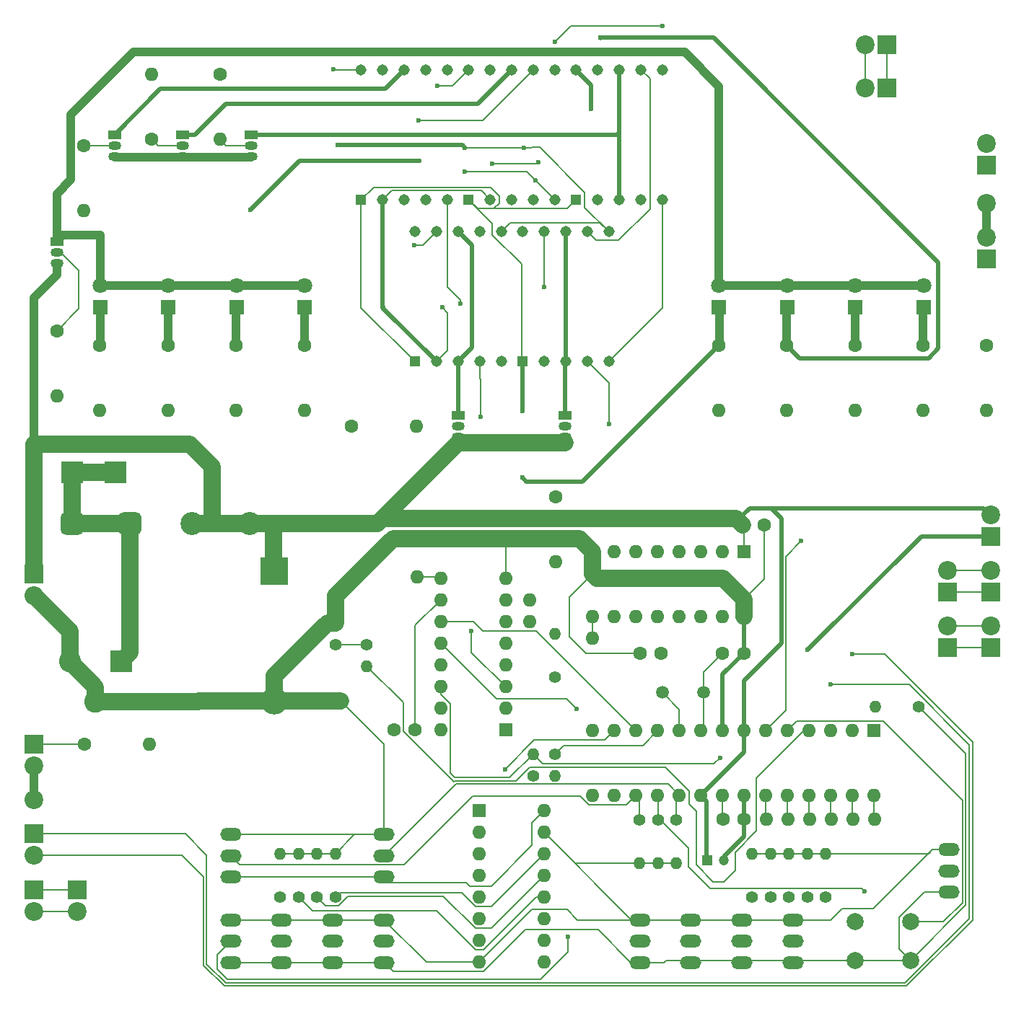
<source format=gbr>
%TF.GenerationSoftware,KiCad,Pcbnew,7.0.10*%
%TF.CreationDate,2024-02-06T15:01:58+01:00*%
%TF.ProjectId,diagram_chart,64696167-7261-46d5-9f63-686172742e6b,rev?*%
%TF.SameCoordinates,Original*%
%TF.FileFunction,Copper,L1,Top*%
%TF.FilePolarity,Positive*%
%FSLAX46Y46*%
G04 Gerber Fmt 4.6, Leading zero omitted, Abs format (unit mm)*
G04 Created by KiCad (PCBNEW 7.0.10) date 2024-02-06 15:01:58*
%MOMM*%
%LPD*%
G01*
G04 APERTURE LIST*
G04 Aperture macros list*
%AMRoundRect*
0 Rectangle with rounded corners*
0 $1 Rounding radius*
0 $2 $3 $4 $5 $6 $7 $8 $9 X,Y pos of 4 corners*
0 Add a 4 corners polygon primitive as box body*
4,1,4,$2,$3,$4,$5,$6,$7,$8,$9,$2,$3,0*
0 Add four circle primitives for the rounded corners*
1,1,$1+$1,$2,$3*
1,1,$1+$1,$4,$5*
1,1,$1+$1,$6,$7*
1,1,$1+$1,$8,$9*
0 Add four rect primitives between the rounded corners*
20,1,$1+$1,$2,$3,$4,$5,0*
20,1,$1+$1,$4,$5,$6,$7,0*
20,1,$1+$1,$6,$7,$8,$9,0*
20,1,$1+$1,$8,$9,$2,$3,0*%
G04 Aperture macros list end*
%TA.AperFunction,ComponentPad*%
%ADD10O,1.600000X1.600000*%
%TD*%
%TA.AperFunction,ComponentPad*%
%ADD11C,1.600000*%
%TD*%
%TA.AperFunction,ComponentPad*%
%ADD12C,1.400000*%
%TD*%
%TA.AperFunction,ComponentPad*%
%ADD13O,1.400000X1.400000*%
%TD*%
%TA.AperFunction,ComponentPad*%
%ADD14C,1.500000*%
%TD*%
%TA.AperFunction,ComponentPad*%
%ADD15RoundRect,0.675000X-0.675000X-0.675000X0.675000X-0.675000X0.675000X0.675000X-0.675000X0.675000X0*%
%TD*%
%TA.AperFunction,ComponentPad*%
%ADD16C,2.700000*%
%TD*%
%TA.AperFunction,ComponentPad*%
%ADD17R,2.600000X2.600000*%
%TD*%
%TA.AperFunction,ComponentPad*%
%ADD18R,1.308000X1.308000*%
%TD*%
%TA.AperFunction,ComponentPad*%
%ADD19C,1.308000*%
%TD*%
%TA.AperFunction,ComponentPad*%
%ADD20R,2.200000X2.200000*%
%TD*%
%TA.AperFunction,ComponentPad*%
%ADD21C,2.200000*%
%TD*%
%TA.AperFunction,ComponentPad*%
%ADD22R,1.500000X1.050000*%
%TD*%
%TA.AperFunction,ComponentPad*%
%ADD23O,1.500000X1.050000*%
%TD*%
%TA.AperFunction,ComponentPad*%
%ADD24R,1.800000X1.800000*%
%TD*%
%TA.AperFunction,ComponentPad*%
%ADD25C,1.800000*%
%TD*%
%TA.AperFunction,ComponentPad*%
%ADD26R,1.200000X1.200000*%
%TD*%
%TA.AperFunction,ComponentPad*%
%ADD27C,1.200000*%
%TD*%
%TA.AperFunction,ComponentPad*%
%ADD28R,3.200000X3.200000*%
%TD*%
%TA.AperFunction,ComponentPad*%
%ADD29O,3.200000X3.200000*%
%TD*%
%TA.AperFunction,ComponentPad*%
%ADD30O,2.500000X1.500000*%
%TD*%
%TA.AperFunction,ComponentPad*%
%ADD31R,1.600000X1.600000*%
%TD*%
%TA.AperFunction,ComponentPad*%
%ADD32C,2.000000*%
%TD*%
%TA.AperFunction,ComponentPad*%
%ADD33C,2.600000*%
%TD*%
%TA.AperFunction,ViaPad*%
%ADD34C,0.600000*%
%TD*%
%TA.AperFunction,Conductor*%
%ADD35C,0.200000*%
%TD*%
%TA.AperFunction,Conductor*%
%ADD36C,0.500000*%
%TD*%
%TA.AperFunction,Conductor*%
%ADD37C,2.000000*%
%TD*%
%TA.AperFunction,Conductor*%
%ADD38C,1.000000*%
%TD*%
G04 APERTURE END LIST*
D10*
%TO.P,,7,QH*%
%TO.N,unconnected-(U_Caps1-QH-Pad7)*%
X112700000Y-122460000D03*
%TD*%
D11*
%TO.P,R5,1*%
%TO.N,Net-(D5-K)*%
X142900000Y-92590000D03*
D10*
%TO.P,R5,2*%
%TO.N,Net-(U1-DRAIN5)*%
X142900000Y-100210000D03*
%TD*%
D12*
%TO.P,R29,1*%
%TO.N,Net-(MCU_0-PB3)*%
X125603000Y-148336000D03*
D13*
%TO.P,R29,2*%
%TO.N,GND*%
X125603000Y-153416000D03*
%TD*%
D14*
%TO.P,Y1,1,1*%
%TO.N,Net-(MCU_0-XTAL1{slash}PB6)*%
X133150000Y-133300000D03*
%TO.P,Y1,2,2*%
%TO.N,Net-(MCU_0-XTAL2{slash}PB7)*%
X128270000Y-133300000D03*
%TD*%
D15*
%TO.P,F1,1*%
%TO.N,+5V*%
X59090000Y-113500000D03*
X65850000Y-113500000D03*
D16*
%TO.P,F1,2*%
%TO.N,Net-(D8-K)*%
X73130000Y-113500000D03*
X79890000Y-113500000D03*
%TD*%
D17*
%TO.P,,1*%
%TO.N,+5V*%
X64170000Y-107500000D03*
%TD*%
D18*
%TO.P,hex_0,1*%
%TO.N,Net-(D4-K)*%
X99260000Y-94455000D03*
D19*
%TO.P,hex_0,2*%
%TO.N,Net-(D3-K)*%
X101800000Y-94455000D03*
%TO.P,hex_0,3,CA*%
%TO.N,Net-(T_HEX_0-E)*%
X104340000Y-94455000D03*
%TO.P,hex_0,4*%
%TO.N,Net-(D2-K)*%
X106880000Y-94455000D03*
%TO.P,hex_0,5*%
%TO.N,Net-(D7-K)*%
X109420000Y-94455000D03*
%TO.P,hex_0,6*%
%TO.N,Net-(D1-K)*%
X109420000Y-79215000D03*
%TO.P,hex_0,7*%
%TO.N,Net-(D0-K)*%
X106880000Y-79215000D03*
%TO.P,hex_0,8,CA*%
%TO.N,Net-(T_HEX_0-E)*%
X104340000Y-79215000D03*
%TO.P,hex_0,9*%
%TO.N,Net-(D5-K)*%
X101800000Y-79215000D03*
%TO.P,hex_0,10*%
%TO.N,Net-(D6-K)*%
X99260000Y-79215000D03*
%TD*%
D11*
%TO.P,R4,1*%
%TO.N,Net-(D4-K)*%
X134900000Y-92590000D03*
D10*
%TO.P,R4,2*%
%TO.N,Net-(U1-DRAIN4)*%
X134900000Y-100210000D03*
%TD*%
D11*
%TO.P,R23,1*%
%TO.N,Net-(T_LED1-B)*%
X57240000Y-90865000D03*
D10*
%TO.P,R23,2*%
%TO.N,Net-(U_Caps1-QF)*%
X57240000Y-98485000D03*
%TD*%
D20*
%TO.P,Serial_Screw1,1,Pin_1*%
%TO.N,Net-(MCU_0-PD1)*%
X166300000Y-71410000D03*
D21*
%TO.P,Serial_Screw1,2,Pin_2*%
%TO.N,Net-(MCU_0-PD0)*%
X166300000Y-68870000D03*
%TD*%
D10*
%TO.P,,6,QG*%
%TO.N,unconnected-(U_Caps1-QG-Pad6)*%
X112700000Y-125000000D03*
%TD*%
D21*
%TO.P,,2,Pin_2*%
%TO.N,unconnected-(RGB1-Pin_2-Pad2)*%
X166300000Y-75870000D03*
%TD*%
D10*
%TO.P,,26,PC3*%
%TO.N,unconnected-(MCU_0-PC3-Pad26)*%
X148082000Y-148209000D03*
%TD*%
D22*
%TO.P,T_HEX_1,1,E*%
%TO.N,Net-(T_HEX_1-E)*%
X116923000Y-100815000D03*
D23*
%TO.P,T_HEX_1,2,B*%
%TO.N,Net-(T_HEX_1-B)*%
X116923000Y-102085000D03*
%TO.P,T_HEX_1,3,C*%
%TO.N,Net-(D8-K)*%
X116923000Y-103355000D03*
%TD*%
D11*
%TO.P,CU_Caps1,1*%
%TO.N,Net-(D8-K)*%
X99300000Y-137700000D03*
%TO.P,CU_Caps1,2*%
%TO.N,GND*%
X96800000Y-137700000D03*
%TD*%
D20*
%TO.P,PWR_Screw2,1,Pin_1*%
%TO.N,GND*%
X166800000Y-115020000D03*
D21*
%TO.P,PWR_Screw2,2,Pin_2*%
%TO.N,Net-(D8-K)*%
X166800000Y-112480000D03*
%TD*%
D20*
%TO.P,Serial_Screw1,1,Pin_1*%
%TO.N,Net-(MCU_0-PD1)*%
X54550000Y-149930000D03*
D21*
%TO.P,Serial_Screw1,2,Pin_2*%
%TO.N,Net-(MCU_0-PD0)*%
X54550000Y-152470000D03*
%TD*%
D24*
%TO.P,D4,1,K*%
%TO.N,Net-(D4-K)*%
X134940000Y-88105000D03*
D25*
%TO.P,D4,2,A*%
%TO.N,Net-(D0-A)*%
X134940000Y-85565000D03*
%TD*%
D21*
%TO.P,,2,Pin_2*%
%TO.N,unconnected-(NC2-Pin_2-Pad2)*%
X152100000Y-62380000D03*
%TD*%
D12*
%TO.P,R31,1*%
%TO.N,Net-(MCU_0-PB5)*%
X129921000Y-148336000D03*
D13*
%TO.P,R31,2*%
%TO.N,GND*%
X129921000Y-153416000D03*
%TD*%
D21*
%TO.P,,2,Pin_2*%
%TO.N,unconnected-(NC3-Pin_2-Pad2)*%
X161720000Y-119020000D03*
%TD*%
D22*
%TO.P,T_DEC_0,1,E*%
%TO.N,Net-(T_DEC_0-E)*%
X64040000Y-67835000D03*
D23*
%TO.P,T_DEC_0,2,B*%
%TO.N,Net-(T_DEC_0-B)*%
X64040000Y-69105000D03*
%TO.P,T_DEC_0,3,C*%
%TO.N,Net-(D8-K)*%
X64040000Y-70375000D03*
%TD*%
D20*
%TO.P,NC4,1,Pin_1*%
%TO.N,unconnected-(NC4-Pin_1-Pad1)*%
X166800000Y-128100000D03*
D21*
%TO.P,NC4,2,Pin_2*%
%TO.N,unconnected-(NC4-Pin_2-Pad2)*%
X166800000Y-125560000D03*
%TD*%
D26*
%TO.P,C_MCU1,1*%
%TO.N,Net-(D8-K)*%
X133520401Y-153035000D03*
D27*
%TO.P,C_MCU1,2*%
%TO.N,GND*%
X135520401Y-153035000D03*
%TD*%
D28*
%TO.P,D8,1,K*%
%TO.N,Net-(D8-K)*%
X82800000Y-119080000D03*
D29*
%TO.P,D8,2,A*%
%TO.N,GND*%
X82800000Y-134320000D03*
%TD*%
D24*
%TO.P,D1,1,K*%
%TO.N,Net-(D1-K)*%
X70340000Y-88110000D03*
D25*
%TO.P,D1,2,A*%
%TO.N,Net-(D0-A)*%
X70340000Y-85570000D03*
%TD*%
D11*
%TO.P,R7,1*%
%TO.N,Net-(D7-K)*%
X158900000Y-92590000D03*
D10*
%TO.P,R7,2*%
%TO.N,Net-(U1-DRAIN7)*%
X158900000Y-100210000D03*
%TD*%
D30*
%TO.P,SW4,1,A*%
%TO.N,GND*%
X125650000Y-160025000D03*
%TO.P,SW4,2,B*%
%TO.N,Net-(SW4-B)*%
X125650000Y-162525000D03*
%TO.P,SW4,3,C*%
%TO.N,Net-(D8-K)*%
X125650000Y-165025000D03*
%TD*%
D20*
%TO.P,NC3,1,Pin_1*%
%TO.N,unconnected-(NC3-Pin_1-Pad1)*%
X166800000Y-121560000D03*
D21*
%TO.P,NC3,2,Pin_2*%
%TO.N,unconnected-(NC3-Pin_2-Pad2)*%
X166800000Y-119020000D03*
%TD*%
D20*
%TO.P,,1,Pin_1*%
%TO.N,unconnected-(NC4-Pin_1-Pad1)*%
X161720000Y-128100000D03*
%TD*%
D31*
%TO.P,U_Caps1,1,QB*%
%TO.N,Net-(U_Caps1-QB)*%
X109900000Y-137700000D03*
D10*
%TO.P,U_Caps1,2,QC*%
%TO.N,Net-(U_Caps1-QC)*%
X109900000Y-135160000D03*
%TO.P,U_Caps1,3,QD*%
%TO.N,Net-(U_Caps1-QD)*%
X109900000Y-132620000D03*
%TO.P,U_Caps1,4,QE*%
%TO.N,Net-(U_Caps1-QE)*%
X109900000Y-130080000D03*
%TO.P,U_Caps1,5,QF*%
%TO.N,Net-(U_Caps1-QF)*%
X109900000Y-127540000D03*
%TO.P,U_Caps1,6,QG*%
%TO.N,unconnected-(U_Caps1-QG-Pad6)*%
X109900000Y-125000000D03*
%TO.P,U_Caps1,7,QH*%
%TO.N,unconnected-(U_Caps1-QH-Pad7)*%
X109900000Y-122460000D03*
%TO.P,U_Caps1,8,GND*%
%TO.N,GND*%
X109900000Y-119920000D03*
%TO.P,U_Caps1,9,QH'*%
%TO.N,unconnected-(U_Caps1-QH'-Pad9)*%
X102280000Y-119920000D03*
%TO.P,U_Caps1,10,~{SRCLR}*%
%TO.N,Net-(D8-K)*%
X102280000Y-122460000D03*
%TO.P,U_Caps1,11,SRCLK*%
%TO.N,Net-(MCU_0-PD6)*%
X102280000Y-125000000D03*
%TO.P,U_Caps1,12,RCLK*%
%TO.N,Net-(MCU_0-PB1)*%
X102280000Y-127540000D03*
%TO.P,U_Caps1,13,~{OE}*%
%TO.N,Net-(U_Caps1-~{OE})*%
X102280000Y-130080000D03*
%TO.P,U_Caps1,14,SER*%
%TO.N,Net-(MCU_0-PD4)*%
X102280000Y-132620000D03*
%TO.P,U_Caps1,15,QA*%
%TO.N,Net-(U_Caps1-QA)*%
X102280000Y-135160000D03*
%TO.P,U_Caps1,16,VCC*%
%TO.N,Net-(D8-K)*%
X102280000Y-137700000D03*
%TD*%
D21*
%TO.P,,2,Pin_2*%
%TO.N,unconnected-(RGB2-Pin_2-Pad2)*%
X54590000Y-145940000D03*
%TD*%
D11*
%TO.P,C1,1*%
%TO.N,GND*%
X137850000Y-128700000D03*
%TO.P,C1,2*%
%TO.N,Net-(MCU_0-XTAL1{slash}PB6)*%
X135350000Y-128700000D03*
%TD*%
%TO.P,R2,1*%
%TO.N,Net-(D2-K)*%
X78300000Y-92590000D03*
D10*
%TO.P,R2,2*%
%TO.N,Net-(U1-DRAIN2)*%
X78300000Y-100210000D03*
%TD*%
D12*
%TO.P,R16,1*%
%TO.N,Net-(SW6-B)*%
X143129000Y-157353000D03*
D13*
%TO.P,R16,2*%
%TO.N,GND*%
X143129000Y-152273000D03*
%TD*%
D12*
%TO.P,R21,1*%
%TO.N,Net-(MCU_0-PD5)*%
X115730000Y-140560000D03*
D13*
%TO.P,R21,2*%
%TO.N,Net-(U2-Q7)*%
X115730000Y-143100000D03*
%TD*%
D22*
%TO.P,T_HEX_0,1,E*%
%TO.N,Net-(T_HEX_0-E)*%
X104323000Y-100815000D03*
D23*
%TO.P,T_HEX_0,2,B*%
%TO.N,Net-(T_HEX_0-B)*%
X104323000Y-102085000D03*
%TO.P,T_HEX_0,3,C*%
%TO.N,Net-(D8-K)*%
X104323000Y-103355000D03*
%TD*%
D12*
%TO.P,R10,1*%
%TO.N,Net-(MCU_0-PD3)*%
X147447000Y-157353000D03*
D13*
%TO.P,R10,2*%
%TO.N,GND*%
X147447000Y-152273000D03*
%TD*%
D12*
%TO.P,R17,1*%
%TO.N,Net-(SW7-B)*%
X145288000Y-157353000D03*
D13*
%TO.P,R17,2*%
%TO.N,GND*%
X145288000Y-152273000D03*
%TD*%
D12*
%TO.P,R20,1*%
%TO.N,Net-(U2-Q7)*%
X113130000Y-143100000D03*
D13*
%TO.P,R20,2*%
%TO.N,Net-(MCU_0-PD4)*%
X113130000Y-140560000D03*
%TD*%
D30*
%TO.P,SW__WR1,1,A*%
%TO.N,GND*%
X161900000Y-151775000D03*
%TO.P,SW__WR1,2,B*%
%TO.N,Net-(MCU_0-PB4)*%
X161900000Y-154275000D03*
%TO.P,SW__WR1,3,C*%
%TO.N,Net-(D8-K)*%
X161900000Y-156775000D03*
%TD*%
D11*
%TO.P,R6,1*%
%TO.N,Net-(D6-K)*%
X150900000Y-92590000D03*
D10*
%TO.P,R6,2*%
%TO.N,Net-(U1-DRAIN6)*%
X150900000Y-100210000D03*
%TD*%
D30*
%TO.P,SW0,1,A*%
%TO.N,GND*%
X77650000Y-160025000D03*
%TO.P,SW0,2,B*%
%TO.N,Net-(SW0-B)*%
X77650000Y-162525000D03*
%TO.P,SW0,3,C*%
%TO.N,Net-(D8-K)*%
X77650000Y-165025000D03*
%TD*%
D20*
%TO.P,NC1,1,Pin_1*%
%TO.N,unconnected-(NC1-Pin_1-Pad1)*%
X54550000Y-156470000D03*
D21*
%TO.P,NC1,2,Pin_2*%
%TO.N,unconnected-(NC1-Pin_2-Pad2)*%
X54550000Y-159010000D03*
%TD*%
D11*
%TO.P,R3,1*%
%TO.N,Net-(D3-K)*%
X86300000Y-92590000D03*
D10*
%TO.P,R3,2*%
%TO.N,Net-(U1-DRAIN3)*%
X86300000Y-100210000D03*
%TD*%
D30*
%TO.P,SW3,1,A*%
%TO.N,GND*%
X95650000Y-160025000D03*
%TO.P,SW3,2,B*%
%TO.N,Net-(SW3-B)*%
X95650000Y-162525000D03*
%TO.P,SW3,3,C*%
%TO.N,Net-(D8-K)*%
X95650000Y-165025000D03*
%TD*%
D12*
%TO.P,R15,1*%
%TO.N,Net-(SW5-B)*%
X140970000Y-157353000D03*
D13*
%TO.P,R15,2*%
%TO.N,GND*%
X140970000Y-152273000D03*
%TD*%
D18*
%TO.P,decimal_1,1*%
%TO.N,Net-(D4-K)*%
X105560000Y-75455000D03*
D19*
%TO.P,decimal_1,2*%
%TO.N,Net-(D3-K)*%
X108100000Y-75455000D03*
%TO.P,decimal_1,3,CA*%
%TO.N,Net-(T_DEC_1-E)*%
X110640000Y-75455000D03*
%TO.P,decimal_1,4*%
%TO.N,Net-(D2-K)*%
X113180000Y-75455000D03*
%TO.P,decimal_1,5*%
%TO.N,Net-(D7-K)*%
X115720000Y-75455000D03*
%TO.P,decimal_1,6*%
%TO.N,Net-(D1-K)*%
X115720000Y-60215000D03*
%TO.P,decimal_1,7*%
%TO.N,Net-(D0-K)*%
X113180000Y-60215000D03*
%TO.P,decimal_1,8,CA*%
%TO.N,Net-(T_DEC_1-E)*%
X110640000Y-60215000D03*
%TO.P,decimal_1,9*%
%TO.N,Net-(D5-K)*%
X108100000Y-60215000D03*
%TO.P,decimal_1,10*%
%TO.N,Net-(D6-K)*%
X105560000Y-60215000D03*
%TD*%
D10*
%TO.P,,28,PC5*%
%TO.N,unconnected-(MCU_0-PC5-Pad28)*%
X153162000Y-148209000D03*
%TD*%
%TO.P,,27,PC4*%
%TO.N,unconnected-(MCU_0-PC4-Pad27)*%
X150622000Y-148209000D03*
%TD*%
D30*
%TO.P,SW2,1,A*%
%TO.N,GND*%
X89650000Y-160025000D03*
%TO.P,SW2,2,B*%
%TO.N,Net-(SW2-B)*%
X89650000Y-162525000D03*
%TO.P,SW2,3,C*%
%TO.N,Net-(D8-K)*%
X89650000Y-165025000D03*
%TD*%
D12*
%TO.P,R11,1*%
%TO.N,Net-(SW1-B)*%
X85598000Y-157353000D03*
D13*
%TO.P,R11,2*%
%TO.N,GND*%
X85598000Y-152273000D03*
%TD*%
D11*
%TO.P,R27,1*%
%TO.N,Net-(T_DEC_1-B)*%
X68400000Y-68410000D03*
D10*
%TO.P,R27,2*%
%TO.N,Net-(U_Caps1-QB)*%
X68400000Y-60790000D03*
%TD*%
D20*
%TO.P,,1,Pin_1*%
%TO.N,unconnected-(NC3-Pin_1-Pad1)*%
X161720000Y-121560000D03*
%TD*%
D31*
%TO.P,U2,1,~{PL}*%
%TO.N,Net-(MCU_0-PD7)*%
X106840000Y-147235000D03*
D10*
%TO.P,U2,2,CP*%
%TO.N,Net-(MCU_0-PD6)*%
X106840000Y-149775000D03*
%TO.P,U2,3,D4*%
%TO.N,Net-(SW4-B)*%
X106840000Y-152315000D03*
%TO.P,U2,4,D5*%
%TO.N,Net-(SW5-B)*%
X106840000Y-154855000D03*
%TO.P,U2,5,D6*%
%TO.N,Net-(SW6-B)*%
X106840000Y-157395000D03*
%TO.P,U2,6,D7*%
%TO.N,Net-(SW7-B)*%
X106840000Y-159935000D03*
%TO.P,U2,7,~{Q7}*%
%TO.N,unconnected-(U2-~{Q7}-Pad7)*%
X106840000Y-162475000D03*
%TO.P,U2,8,GND*%
%TO.N,GND*%
X106840000Y-165015000D03*
%TO.P,U2,9,Q7*%
%TO.N,Net-(U2-Q7)*%
X114460000Y-165015000D03*
%TO.P,U2,10,DS*%
%TO.N,unconnected-(U2-DS-Pad10)*%
X114460000Y-162475000D03*
%TO.P,U2,11,D0*%
%TO.N,Net-(SW0-B)*%
X114460000Y-159935000D03*
%TO.P,U2,12,D1*%
%TO.N,Net-(SW1-B)*%
X114460000Y-157395000D03*
%TO.P,U2,13,D2*%
%TO.N,Net-(SW2-B)*%
X114460000Y-154855000D03*
%TO.P,U2,14,D3*%
%TO.N,Net-(SW3-B)*%
X114460000Y-152315000D03*
%TO.P,U2,15,~{CE}*%
%TO.N,GND*%
X114460000Y-149775000D03*
%TO.P,U2,16,VCC*%
%TO.N,Net-(D8-K)*%
X114460000Y-147235000D03*
%TD*%
D12*
%TO.P,R18,1*%
%TO.N,Net-(U_Caps1-~{OE})*%
X90000000Y-127720000D03*
D13*
%TO.P,R18,2*%
%TO.N,GND*%
X90000000Y-125180000D03*
%TD*%
D10*
%TO.P,,25,PC2*%
%TO.N,unconnected-(MCU_0-PC2-Pad25)*%
X145542000Y-148209000D03*
%TD*%
D11*
%TO.P,,1*%
%TO.N,Net-(D8-K)*%
X90250000Y-113500000D03*
%TD*%
D18*
%TO.P,decimal_0,1*%
%TO.N,Net-(D4-K)*%
X92960000Y-75455000D03*
D19*
%TO.P,decimal_0,2*%
%TO.N,Net-(D3-K)*%
X95500000Y-75455000D03*
%TO.P,decimal_0,3,CA*%
%TO.N,Net-(T_DEC_0-E)*%
X98040000Y-75455000D03*
%TO.P,decimal_0,4*%
%TO.N,Net-(D2-K)*%
X100580000Y-75455000D03*
%TO.P,decimal_0,5*%
%TO.N,Net-(D7-K)*%
X103120000Y-75455000D03*
%TO.P,decimal_0,6*%
%TO.N,Net-(D1-K)*%
X103120000Y-60215000D03*
%TO.P,decimal_0,7*%
%TO.N,Net-(D0-K)*%
X100580000Y-60215000D03*
%TO.P,decimal_0,8,CA*%
%TO.N,Net-(T_DEC_0-E)*%
X98040000Y-60215000D03*
%TO.P,decimal_0,9*%
%TO.N,Net-(D5-K)*%
X95500000Y-60215000D03*
%TO.P,decimal_0,10*%
%TO.N,Net-(D6-K)*%
X92960000Y-60215000D03*
%TD*%
D12*
%TO.P,R22,1*%
%TO.N,Net-(D8-K)*%
X115697000Y-131572000D03*
D13*
%TO.P,R22,2*%
%TO.N,Net-(U1-~{CLR})*%
X115697000Y-126492000D03*
%TD*%
D11*
%TO.P,CU2,1*%
%TO.N,Net-(MCU_0-AREF)*%
X135402000Y-148209000D03*
%TO.P,CU2,2*%
%TO.N,GND*%
X137902000Y-148209000D03*
%TD*%
%TO.P,R32,1*%
%TO.N,Net-(RGB1-Pin_1)*%
X166300000Y-92590000D03*
D10*
%TO.P,R32,2*%
%TO.N,Net-(MCU_0-PB2)*%
X166300000Y-100210000D03*
%TD*%
D12*
%TO.P,R12,1*%
%TO.N,Net-(SW2-B)*%
X87757000Y-157353000D03*
D13*
%TO.P,R12,2*%
%TO.N,GND*%
X87757000Y-152273000D03*
%TD*%
D12*
%TO.P,R9,1*%
%TO.N,Net-(D8-K)*%
X158369000Y-135001000D03*
D13*
%TO.P,R9,2*%
%TO.N,Net-(MCU_0-~{RESET}{slash}PC6)*%
X153289000Y-135001000D03*
%TD*%
D20*
%TO.P,,1,Pin_1*%
%TO.N,unconnected-(NC2-Pin_1-Pad1)*%
X154640000Y-62380000D03*
%TD*%
D12*
%TO.P,R8,1*%
%TO.N,Net-(SW0-B)*%
X83439000Y-157353000D03*
D13*
%TO.P,R8,2*%
%TO.N,GND*%
X83439000Y-152273000D03*
%TD*%
D20*
%TO.P,NC2,1,Pin_1*%
%TO.N,unconnected-(NC2-Pin_1-Pad1)*%
X154640000Y-57300000D03*
D21*
%TO.P,NC2,2,Pin_2*%
%TO.N,unconnected-(NC2-Pin_2-Pad2)*%
X152100000Y-57300000D03*
%TD*%
D18*
%TO.P,hex_1,1*%
%TO.N,Net-(D4-K)*%
X111860000Y-94455000D03*
D19*
%TO.P,hex_1,2*%
%TO.N,Net-(D3-K)*%
X114400000Y-94455000D03*
%TO.P,hex_1,3,CA*%
%TO.N,Net-(T_HEX_1-E)*%
X116940000Y-94455000D03*
%TO.P,hex_1,4*%
%TO.N,Net-(D2-K)*%
X119480000Y-94455000D03*
%TO.P,hex_1,5*%
%TO.N,Net-(D7-K)*%
X122020000Y-94455000D03*
%TO.P,hex_1,6*%
%TO.N,Net-(D1-K)*%
X122020000Y-79215000D03*
%TO.P,hex_1,7*%
%TO.N,Net-(D0-K)*%
X119480000Y-79215000D03*
%TO.P,hex_1,8,CA*%
%TO.N,Net-(T_HEX_1-E)*%
X116940000Y-79215000D03*
%TO.P,hex_1,9*%
%TO.N,Net-(D5-K)*%
X114400000Y-79215000D03*
%TO.P,hex_1,10*%
%TO.N,Net-(D6-K)*%
X111860000Y-79215000D03*
%TD*%
D10*
%TO.P,,24,PC1*%
%TO.N,unconnected-(MCU_0-PC1-Pad24)*%
X143002000Y-148209000D03*
%TD*%
D18*
%TO.P,decimal_2,1*%
%TO.N,Net-(D4-K)*%
X118160000Y-75455000D03*
D19*
%TO.P,decimal_2,2*%
%TO.N,Net-(D3-K)*%
X120700000Y-75455000D03*
%TO.P,decimal_2,3,CA*%
%TO.N,Net-(T_DEC_2-E)*%
X123240000Y-75455000D03*
%TO.P,decimal_2,4*%
%TO.N,Net-(D2-K)*%
X125780000Y-75455000D03*
%TO.P,decimal_2,5*%
%TO.N,Net-(D7-K)*%
X128320000Y-75455000D03*
%TO.P,decimal_2,6*%
%TO.N,Net-(D1-K)*%
X128320000Y-60215000D03*
%TO.P,decimal_2,7*%
%TO.N,Net-(D0-K)*%
X125780000Y-60215000D03*
%TO.P,decimal_2,8,CA*%
%TO.N,Net-(T_DEC_2-E)*%
X123240000Y-60215000D03*
%TO.P,decimal_2,9*%
%TO.N,Net-(D5-K)*%
X120700000Y-60215000D03*
%TO.P,decimal_2,10*%
%TO.N,Net-(D6-K)*%
X118160000Y-60215000D03*
%TD*%
D11*
%TO.P,R24,1*%
%TO.N,Net-(U_Caps1-QD)*%
X91823000Y-102085000D03*
D10*
%TO.P,R24,2*%
%TO.N,Net-(T_HEX_0-B)*%
X99443000Y-102085000D03*
%TD*%
D11*
%TO.P,R28,1*%
%TO.N,Net-(U_Caps1-QC)*%
X76400000Y-60790000D03*
D10*
%TO.P,R28,2*%
%TO.N,Net-(T_DEC_2-B)*%
X76400000Y-68410000D03*
%TD*%
D24*
%TO.P,D7,1,K*%
%TO.N,Net-(D7-K)*%
X158940000Y-88110000D03*
D25*
%TO.P,D7,2,A*%
%TO.N,Net-(D0-A)*%
X158940000Y-85570000D03*
%TD*%
D32*
%TO.P,SW_N1,1,1*%
%TO.N,Net-(MCU_0-PD3)*%
X150900000Y-160275000D03*
X157400000Y-160275000D03*
%TO.P,SW_N1,2,2*%
%TO.N,Net-(D8-K)*%
X150900000Y-164775000D03*
X157400000Y-164775000D03*
%TD*%
D30*
%TO.P,SW_Mem1,1,A*%
%TO.N,GND*%
X77650000Y-150025000D03*
%TO.P,SW_Mem1,2,B*%
%TO.N,Net-(MCU_0-PB3)*%
X77650000Y-152525000D03*
%TO.P,SW_Mem1,3,C*%
%TO.N,Net-(D8-K)*%
X77650000Y-155025000D03*
%TD*%
D24*
%TO.P,D2,1,K*%
%TO.N,Net-(D2-K)*%
X78340000Y-88110000D03*
D25*
%TO.P,D2,2,A*%
%TO.N,Net-(D0-A)*%
X78340000Y-85570000D03*
%TD*%
D21*
%TO.P,,2,Pin_2*%
%TO.N,unconnected-(NC1-Pin_2-Pad2)*%
X59630000Y-159010000D03*
%TD*%
D12*
%TO.P,R14,1*%
%TO.N,Net-(SW4-B)*%
X138811000Y-157353000D03*
D13*
%TO.P,R14,2*%
%TO.N,GND*%
X138811000Y-152273000D03*
%TD*%
D11*
%TO.P,R33,1*%
%TO.N,Net-(RGB2-Pin_1)*%
X60500000Y-139390000D03*
D10*
%TO.P,R33,2*%
%TO.N,Net-(MCU_0-PB2)*%
X68120000Y-139390000D03*
%TD*%
%TO.P,,9,SER_OUT*%
%TO.N,unconnected-(U1-SER_OUT-Pad9)*%
X120100000Y-126960000D03*
%TD*%
%TO.P,,23,PC0*%
%TO.N,unconnected-(MCU_0-PC0-Pad23)*%
X140462000Y-148209000D03*
%TD*%
D12*
%TO.P,R13,1*%
%TO.N,Net-(SW3-B)*%
X89916000Y-157353000D03*
D13*
%TO.P,R13,2*%
%TO.N,GND*%
X89916000Y-152273000D03*
%TD*%
D17*
%TO.P,DC-In1,1*%
%TO.N,+5V*%
X64800000Y-129700000D03*
D33*
%TO.P,DC-In1,2*%
%TO.N,GND*%
X58800000Y-129700000D03*
%TO.P,DC-In1,3*%
X61800000Y-134400000D03*
%TD*%
D30*
%TO.P,SW5,1,A*%
%TO.N,GND*%
X131650000Y-160025000D03*
%TO.P,SW5,2,B*%
%TO.N,Net-(SW5-B)*%
X131650000Y-162525000D03*
%TO.P,SW5,3,C*%
%TO.N,Net-(D8-K)*%
X131650000Y-165025000D03*
%TD*%
D11*
%TO.P,,1*%
%TO.N,Net-(D8-K)*%
X87710000Y-113500000D03*
%TD*%
D31*
%TO.P,U1,1,VCC*%
%TO.N,Net-(D8-K)*%
X137880000Y-116800000D03*
D10*
%TO.P,U1,2,SER_IN*%
%TO.N,Net-(MCU_0-PD4)*%
X135340000Y-116800000D03*
%TO.P,U1,3,DRAIN0*%
%TO.N,Net-(U1-DRAIN0)*%
X132800000Y-116800000D03*
%TO.P,U1,4,DRAIN1*%
%TO.N,Net-(U1-DRAIN1)*%
X130260000Y-116800000D03*
%TO.P,U1,5,DRAIN2*%
%TO.N,Net-(U1-DRAIN2)*%
X127720000Y-116800000D03*
%TO.P,U1,6,DRAIN3*%
%TO.N,Net-(U1-DRAIN3)*%
X125180000Y-116800000D03*
%TO.P,U1,7,~{CLR}*%
%TO.N,Net-(U1-~{CLR})*%
X122640000Y-116800000D03*
%TO.P,U1,8,~{G}*%
%TO.N,GND*%
X120100000Y-116800000D03*
%TO.P,U1,9,SER_OUT*%
%TO.N,unconnected-(U1-SER_OUT-Pad9)*%
X120100000Y-124420000D03*
%TO.P,U1,10,RCLK*%
%TO.N,Net-(MCU_0-PB0)*%
X122640000Y-124420000D03*
%TO.P,U1,11,DRAIN4*%
%TO.N,Net-(U1-DRAIN4)*%
X125180000Y-124420000D03*
%TO.P,U1,12,DRAIN5*%
%TO.N,Net-(U1-DRAIN5)*%
X127720000Y-124420000D03*
%TO.P,U1,13,DRAIN6*%
%TO.N,Net-(U1-DRAIN6)*%
X130260000Y-124420000D03*
%TO.P,U1,14,DRAIN7*%
%TO.N,Net-(U1-DRAIN7)*%
X132800000Y-124420000D03*
%TO.P,U1,15,SRCK*%
%TO.N,Net-(MCU_0-PD6)*%
X135340000Y-124420000D03*
%TO.P,U1,16,GND*%
%TO.N,GND*%
X137880000Y-124420000D03*
%TD*%
D20*
%TO.P,,1,Pin_1*%
%TO.N,unconnected-(NC1-Pin_1-Pad1)*%
X59630000Y-156470000D03*
%TD*%
D30*
%TO.P,SW_Serr1,1,A*%
%TO.N,GND*%
X95650000Y-150025000D03*
%TO.P,SW_Serr1,2,B*%
%TO.N,Net-(MCU_0-PB5)*%
X95650000Y-152525000D03*
%TO.P,SW_Serr1,3,C*%
%TO.N,Net-(D8-K)*%
X95650000Y-155025000D03*
%TD*%
D11*
%TO.P,CU1,1*%
%TO.N,Net-(D8-K)*%
X137750000Y-113700000D03*
%TO.P,CU1,2*%
%TO.N,GND*%
X140250000Y-113700000D03*
%TD*%
%TO.P,R25,1*%
%TO.N,Net-(T_HEX_1-B)*%
X115800000Y-110380000D03*
D10*
%TO.P,R25,2*%
%TO.N,Net-(U_Caps1-QE)*%
X115800000Y-118000000D03*
%TD*%
D11*
%TO.P,R1,1*%
%TO.N,Net-(D1-K)*%
X70300000Y-92590000D03*
D10*
%TO.P,R1,2*%
%TO.N,Net-(U1-DRAIN1)*%
X70300000Y-100210000D03*
%TD*%
%TO.P,,*%
%TO.N,GND*%
X90540000Y-134320000D03*
%TD*%
D22*
%TO.P,T_DEC_1,1,E*%
%TO.N,Net-(T_DEC_1-E)*%
X72040000Y-67835000D03*
D23*
%TO.P,T_DEC_1,2,B*%
%TO.N,Net-(T_DEC_1-B)*%
X72040000Y-69105000D03*
%TO.P,T_DEC_1,3,C*%
%TO.N,Net-(D8-K)*%
X72040000Y-70375000D03*
%TD*%
D17*
%TO.P,,1*%
%TO.N,+5V*%
X59090000Y-107500000D03*
%TD*%
D10*
%TO.P,,9,QH'*%
%TO.N,unconnected-(U_Caps1-QH'-Pad9)*%
X99500000Y-119800000D03*
%TD*%
D21*
%TO.P,,2,Pin_2*%
%TO.N,unconnected-(NC4-Pin_2-Pad2)*%
X161720000Y-125560000D03*
%TD*%
D31*
%TO.P,MCU_0,1,~{RESET}/PC6*%
%TO.N,Net-(MCU_0-~{RESET}{slash}PC6)*%
X153130000Y-137800000D03*
D10*
%TO.P,MCU_0,2,PD0*%
%TO.N,Net-(MCU_0-PD0)*%
X150590000Y-137800000D03*
%TO.P,MCU_0,3,PD1*%
%TO.N,Net-(MCU_0-PD1)*%
X148050000Y-137800000D03*
%TO.P,MCU_0,4,PD2*%
%TO.N,Net-(MCU_0-PD2)*%
X145510000Y-137800000D03*
%TO.P,MCU_0,5,PD3*%
%TO.N,Net-(MCU_0-PD3)*%
X142970000Y-137800000D03*
%TO.P,MCU_0,6,PD4*%
%TO.N,Net-(MCU_0-PD4)*%
X140430000Y-137800000D03*
%TO.P,MCU_0,7,VCC*%
%TO.N,Net-(D8-K)*%
X137890000Y-137800000D03*
%TO.P,MCU_0,8,GND*%
%TO.N,GND*%
X135350000Y-137800000D03*
%TO.P,MCU_0,9,XTAL1/PB6*%
%TO.N,Net-(MCU_0-XTAL1{slash}PB6)*%
X132810000Y-137800000D03*
%TO.P,MCU_0,10,XTAL2/PB7*%
%TO.N,Net-(MCU_0-XTAL2{slash}PB7)*%
X130270000Y-137800000D03*
%TO.P,MCU_0,11,PD5*%
%TO.N,Net-(MCU_0-PD5)*%
X127730000Y-137800000D03*
%TO.P,MCU_0,12,PD6*%
%TO.N,Net-(MCU_0-PD6)*%
X125190000Y-137800000D03*
%TO.P,MCU_0,13,PD7*%
%TO.N,Net-(MCU_0-PD7)*%
X122650000Y-137800000D03*
%TO.P,MCU_0,14,PB0*%
%TO.N,Net-(MCU_0-PB0)*%
X120110000Y-137800000D03*
%TO.P,MCU_0,15,PB1*%
%TO.N,Net-(MCU_0-PB1)*%
X120110000Y-145420000D03*
%TO.P,MCU_0,16,PB2*%
%TO.N,Net-(MCU_0-PB2)*%
X122650000Y-145420000D03*
%TO.P,MCU_0,17,PB3*%
%TO.N,Net-(MCU_0-PB3)*%
X125190000Y-145420000D03*
%TO.P,MCU_0,18,PB4*%
%TO.N,Net-(MCU_0-PB4)*%
X127730000Y-145420000D03*
%TO.P,MCU_0,19,PB5*%
%TO.N,Net-(MCU_0-PB5)*%
X130270000Y-145420000D03*
%TO.P,MCU_0,20,AVCC*%
%TO.N,Net-(D8-K)*%
X132810000Y-145420000D03*
%TO.P,MCU_0,21,AREF*%
%TO.N,Net-(MCU_0-AREF)*%
X135350000Y-145420000D03*
%TO.P,MCU_0,22,GND*%
%TO.N,GND*%
X137890000Y-145420000D03*
%TO.P,MCU_0,23,PC0*%
%TO.N,unconnected-(MCU_0-PC0-Pad23)*%
X140430000Y-145420000D03*
%TO.P,MCU_0,24,PC1*%
%TO.N,unconnected-(MCU_0-PC1-Pad24)*%
X142970000Y-145420000D03*
%TO.P,MCU_0,25,PC2*%
%TO.N,unconnected-(MCU_0-PC2-Pad25)*%
X145510000Y-145420000D03*
%TO.P,MCU_0,26,PC3*%
%TO.N,unconnected-(MCU_0-PC3-Pad26)*%
X148050000Y-145420000D03*
%TO.P,MCU_0,27,PC4*%
%TO.N,unconnected-(MCU_0-PC4-Pad27)*%
X150590000Y-145420000D03*
%TO.P,MCU_0,28,PC5*%
%TO.N,unconnected-(MCU_0-PC5-Pad28)*%
X153130000Y-145420000D03*
%TD*%
D11*
%TO.P,R26,1*%
%TO.N,Net-(T_DEC_0-B)*%
X60410000Y-69100000D03*
D10*
%TO.P,R26,2*%
%TO.N,Net-(U_Caps1-QA)*%
X60410000Y-76720000D03*
%TD*%
D24*
%TO.P,D5,1,K*%
%TO.N,Net-(D5-K)*%
X142940000Y-88110000D03*
D25*
%TO.P,D5,2,A*%
%TO.N,Net-(D0-A)*%
X142940000Y-85570000D03*
%TD*%
D30*
%TO.P,SW1,1,A*%
%TO.N,GND*%
X83650000Y-160025000D03*
%TO.P,SW1,2,B*%
%TO.N,Net-(SW1-B)*%
X83650000Y-162525000D03*
%TO.P,SW1,3,C*%
%TO.N,Net-(D8-K)*%
X83650000Y-165025000D03*
%TD*%
D20*
%TO.P,RGB1,1,Pin_1*%
%TO.N,Net-(RGB1-Pin_1)*%
X166300000Y-82410000D03*
D21*
%TO.P,RGB1,2,Pin_2*%
%TO.N,unconnected-(RGB1-Pin_2-Pad2)*%
X166300000Y-79870000D03*
%TD*%
D22*
%TO.P,T_LED1,1,E*%
%TO.N,Net-(D0-A)*%
X57240000Y-80365000D03*
D23*
%TO.P,T_LED1,2,B*%
%TO.N,Net-(T_LED1-B)*%
X57240000Y-81635000D03*
%TO.P,T_LED1,3,C*%
%TO.N,Net-(D8-K)*%
X57240000Y-82905000D03*
%TD*%
D24*
%TO.P,D3,1,K*%
%TO.N,Net-(D3-K)*%
X86340000Y-88110000D03*
D25*
%TO.P,D3,2,A*%
%TO.N,Net-(D0-A)*%
X86340000Y-85570000D03*
%TD*%
D11*
%TO.P,R0,1*%
%TO.N,Net-(D0-K)*%
X62300000Y-92590000D03*
D10*
%TO.P,R0,2*%
%TO.N,Net-(U1-DRAIN0)*%
X62300000Y-100210000D03*
%TD*%
D20*
%TO.P,RGB2,1,Pin_1*%
%TO.N,Net-(RGB2-Pin_1)*%
X54590000Y-139400000D03*
D21*
%TO.P,RGB2,2,Pin_2*%
%TO.N,unconnected-(RGB2-Pin_2-Pad2)*%
X54590000Y-141940000D03*
%TD*%
D12*
%TO.P,R30,1*%
%TO.N,Net-(MCU_0-PB4)*%
X127762000Y-148336000D03*
D13*
%TO.P,R30,2*%
%TO.N,GND*%
X127762000Y-153416000D03*
%TD*%
D12*
%TO.P,R19,1*%
%TO.N,Net-(U_Caps1-~{OE})*%
X93600000Y-127680000D03*
D13*
%TO.P,R19,2*%
%TO.N,Net-(MCU_0-PD2)*%
X93600000Y-130220000D03*
%TD*%
D20*
%TO.P,PWR_Screw1,1,Pin_1*%
%TO.N,Net-(D8-K)*%
X54590000Y-119400000D03*
D21*
%TO.P,PWR_Screw1,2,Pin_2*%
%TO.N,GND*%
X54590000Y-121940000D03*
%TD*%
D11*
%TO.P,C2,1*%
%TO.N,Net-(MCU_0-XTAL2{slash}PB7)*%
X128150000Y-128700000D03*
%TO.P,C2,2*%
%TO.N,GND*%
X125650000Y-128700000D03*
%TD*%
D24*
%TO.P,D0,1,K*%
%TO.N,Net-(D0-K)*%
X62340000Y-88110000D03*
D25*
%TO.P,D0,2,A*%
%TO.N,Net-(D0-A)*%
X62340000Y-85570000D03*
%TD*%
D30*
%TO.P,SW6,1,A*%
%TO.N,GND*%
X137650000Y-160025000D03*
%TO.P,SW6,2,B*%
%TO.N,Net-(SW6-B)*%
X137650000Y-162525000D03*
%TO.P,SW6,3,C*%
%TO.N,Net-(D8-K)*%
X137650000Y-165025000D03*
%TD*%
%TO.P,SW7,1,A*%
%TO.N,GND*%
X143650000Y-160025000D03*
%TO.P,SW7,2,B*%
%TO.N,Net-(SW7-B)*%
X143650000Y-162525000D03*
%TO.P,SW7,3,C*%
%TO.N,Net-(D8-K)*%
X143650000Y-165025000D03*
%TD*%
D10*
%TO.P,,*%
%TO.N,GND*%
X88000000Y-134320000D03*
%TD*%
D24*
%TO.P,D6,1,K*%
%TO.N,Net-(D6-K)*%
X150940000Y-88110000D03*
D25*
%TO.P,D6,2,A*%
%TO.N,Net-(D0-A)*%
X150940000Y-85570000D03*
%TD*%
D22*
%TO.P,T_DEC_2,1,E*%
%TO.N,Net-(T_DEC_2-E)*%
X80040000Y-67835000D03*
D23*
%TO.P,T_DEC_2,2,B*%
%TO.N,Net-(T_DEC_2-B)*%
X80040000Y-69105000D03*
%TO.P,T_DEC_2,3,C*%
%TO.N,Net-(D8-K)*%
X80040000Y-70375000D03*
%TD*%
D34*
%TO.N,GND*%
X145370000Y-128320000D03*
%TO.N,Net-(D0-K)*%
X99690000Y-66140000D03*
X80000000Y-76640000D03*
X99760000Y-70920000D03*
%TO.N,Net-(D1-K)*%
X128270000Y-55118000D03*
X112080000Y-69380000D03*
X90180000Y-69080000D03*
X105120000Y-69350000D03*
X115720000Y-56920000D03*
%TO.N,Net-(D2-K)*%
X106934000Y-100965000D03*
X122050000Y-101830000D03*
%TO.N,Net-(D3-K)*%
X102480000Y-88120000D03*
X95560000Y-88090000D03*
%TO.N,Net-(D4-K)*%
X111860000Y-108080000D03*
X111860000Y-100310000D03*
%TO.N,Net-(D5-K)*%
X113770000Y-71100000D03*
X114460000Y-85690000D03*
X121030000Y-56460000D03*
X99220000Y-80800000D03*
X108340000Y-71230000D03*
%TO.N,Net-(D6-K)*%
X101870000Y-62110000D03*
X119970000Y-64800000D03*
X89662000Y-60198000D03*
%TO.N,Net-(D7-K)*%
X113427500Y-73162500D03*
X105090000Y-72170000D03*
X104630000Y-87700000D03*
%TO.N,Net-(MCU_0-PD4)*%
X144610000Y-115570000D03*
X135060000Y-140980000D03*
%TO.N,Net-(MCU_0-PD7)*%
X109817000Y-142329000D03*
%TO.N,Net-(MCU_0-PB1)*%
X118260000Y-135280000D03*
%TO.N,Net-(MCU_0-PB4)*%
X152019000Y-156718000D03*
%TO.N,Net-(SW0-B)*%
X117221000Y-162052000D03*
%TO.N,Net-(U_Caps1-QD)*%
X105900000Y-126100000D03*
%TO.N,Net-(MCU_0-PD0)*%
X150590000Y-128840000D03*
%TO.N,Net-(MCU_0-PD1)*%
X148080000Y-132390000D03*
%TD*%
D35*
%TO.N,GND*%
X143650000Y-160025000D02*
X148077000Y-160025000D01*
X129921000Y-153416000D02*
X125603000Y-153416000D01*
D36*
X137850000Y-128700000D02*
X135350000Y-131200000D01*
X137890000Y-145420000D02*
X137890000Y-150257182D01*
D37*
X89010051Y-125180000D02*
X82800000Y-131390051D01*
D35*
X113020000Y-158835000D02*
X117121000Y-158835000D01*
D37*
X135400000Y-119900000D02*
X137880000Y-122380000D01*
D35*
X89916000Y-152273000D02*
X83439000Y-152273000D01*
D36*
X137880000Y-124420000D02*
X137880000Y-128670000D01*
D35*
X153035000Y-158750000D02*
X160010000Y-151775000D01*
X124710000Y-160025000D02*
X114460000Y-149775000D01*
X95650000Y-150025000D02*
X92164000Y-150025000D01*
D37*
X73880000Y-134320000D02*
X73800000Y-134400000D01*
D35*
X92164000Y-150025000D02*
X89916000Y-152273000D01*
D37*
X120600000Y-119900000D02*
X135400000Y-119900000D01*
D35*
X118311000Y-160025000D02*
X125650000Y-160025000D01*
D37*
X120100000Y-119400000D02*
X120600000Y-119900000D01*
X58800000Y-126150000D02*
X54590000Y-121940000D01*
D36*
X158670000Y-115020000D02*
X166800000Y-115020000D01*
D37*
X82800000Y-134320000D02*
X73880000Y-134320000D01*
X120100000Y-116800000D02*
X120100000Y-119400000D01*
X137880000Y-122380000D02*
X137880000Y-124420000D01*
D36*
X137890000Y-150257182D02*
X135520401Y-152626781D01*
D35*
X95650000Y-139430000D02*
X90540000Y-134320000D01*
D37*
X118600000Y-115300000D02*
X120100000Y-116800000D01*
D35*
X140250000Y-113700000D02*
X140250000Y-120010000D01*
X117400000Y-122100000D02*
X120100000Y-119400000D01*
X125603000Y-153416000D02*
X118101000Y-153416000D01*
D37*
X96700000Y-115300000D02*
X90000000Y-122000000D01*
D35*
X140250000Y-120010000D02*
X137880000Y-122380000D01*
X125650000Y-160025000D02*
X143650000Y-160025000D01*
X106840000Y-165015000D02*
X113020000Y-158835000D01*
X138811000Y-152273000D02*
X159512000Y-152273000D01*
X95650000Y-160025000D02*
X77650000Y-160025000D01*
D37*
X61800000Y-132700000D02*
X58800000Y-129700000D01*
X73800000Y-134400000D02*
X61800000Y-134400000D01*
X58800000Y-129700000D02*
X58800000Y-126150000D01*
D35*
X106840000Y-165015000D02*
X100640000Y-165015000D01*
X77650000Y-150025000D02*
X77688000Y-149987000D01*
X100640000Y-165015000D02*
X95650000Y-160025000D01*
X95650000Y-150025000D02*
X95650000Y-139430000D01*
X118101000Y-153416000D02*
X114460000Y-149775000D01*
D36*
X137880000Y-128670000D02*
X137850000Y-128700000D01*
D35*
X159512000Y-152273000D02*
X160010000Y-151775000D01*
X125650000Y-160025000D02*
X124710000Y-160025000D01*
X77650000Y-150025000D02*
X77425000Y-150025000D01*
D36*
X135520401Y-152626781D02*
X135520401Y-153035000D01*
X135350000Y-131200000D02*
X135350000Y-137800000D01*
D35*
X119300000Y-128700000D02*
X117400000Y-126800000D01*
X125650000Y-128700000D02*
X119300000Y-128700000D01*
D37*
X96700000Y-115300000D02*
X109900000Y-115300000D01*
X109900000Y-115300000D02*
X118600000Y-115300000D01*
X90000000Y-122000000D02*
X90000000Y-125180000D01*
D35*
X95612000Y-149987000D02*
X95650000Y-150025000D01*
X148077000Y-160025000D02*
X149352000Y-158750000D01*
X149352000Y-158750000D02*
X153035000Y-158750000D01*
X109900000Y-119920000D02*
X109900000Y-115300000D01*
D36*
X145370000Y-128320000D02*
X158670000Y-115020000D01*
D37*
X82800000Y-131390051D02*
X82800000Y-134320000D01*
D35*
X117121000Y-158835000D02*
X118311000Y-160025000D01*
X117400000Y-126800000D02*
X117400000Y-122100000D01*
D37*
X61800000Y-134400000D02*
X61800000Y-132700000D01*
D35*
X77688000Y-149987000D02*
X95612000Y-149987000D01*
D37*
X90000000Y-125180000D02*
X89010051Y-125180000D01*
X82800000Y-134320000D02*
X90540000Y-134320000D01*
D35*
X160010000Y-151775000D02*
X161900000Y-151775000D01*
%TO.N,Net-(MCU_0-XTAL1{slash}PB6)*%
X135350000Y-128700000D02*
X133150000Y-130900000D01*
X133150000Y-130900000D02*
X133150000Y-133300000D01*
X133150000Y-137460000D02*
X132810000Y-137800000D01*
X133150000Y-133300000D02*
X133150000Y-137460000D01*
%TO.N,Net-(MCU_0-XTAL2{slash}PB7)*%
X128150000Y-133180000D02*
X128270000Y-133300000D01*
X130270000Y-135300000D02*
X128270000Y-133300000D01*
X130270000Y-137800000D02*
X130270000Y-135300000D01*
D37*
%TO.N,Net-(D8-K)*%
X75440000Y-113500000D02*
X75440000Y-106770000D01*
D35*
X95650000Y-165025000D02*
X77650000Y-165025000D01*
D36*
X137150000Y-113100000D02*
X138550000Y-111700000D01*
D37*
X82710000Y-113500000D02*
X75440000Y-113500000D01*
X82710000Y-113500000D02*
X94833000Y-113500000D01*
D36*
X137890000Y-137800000D02*
X137890000Y-140340000D01*
X138550000Y-111700000D02*
X141078428Y-111700000D01*
X137890000Y-140340000D02*
X133375000Y-144855000D01*
D37*
X137150000Y-113100000D02*
X137750000Y-113700000D01*
D35*
X125650000Y-165025000D02*
X124612000Y-165025000D01*
D36*
X141078428Y-111700000D02*
X142250000Y-112871572D01*
D37*
X95430000Y-112903000D02*
X136953000Y-112903000D01*
D38*
X64040000Y-70485000D02*
X80040000Y-70485000D01*
D36*
X132810000Y-145420000D02*
X133490000Y-146100000D01*
D35*
X107295635Y-166115000D02*
X96740000Y-166115000D01*
D37*
X82710000Y-118990000D02*
X82800000Y-119080000D01*
D35*
X159061522Y-156775000D02*
X156100000Y-159736522D01*
D36*
X133375000Y-144855000D02*
X132810000Y-145420000D01*
D35*
X113020000Y-148675000D02*
X114460000Y-147235000D01*
D38*
X54590000Y-104190000D02*
X54590000Y-86960000D01*
X54590000Y-86960000D02*
X57240000Y-84310000D01*
D36*
X138550000Y-111700000D02*
X166020000Y-111700000D01*
D35*
X108204000Y-156083000D02*
X113020000Y-151267000D01*
D37*
X104323000Y-104010000D02*
X116923000Y-104010000D01*
X75440000Y-113500000D02*
X73130000Y-113500000D01*
D35*
X112247635Y-161163000D02*
X107295635Y-166115000D01*
D36*
X133490000Y-153004599D02*
X133520401Y-153035000D01*
D35*
X157400000Y-164775000D02*
X128730000Y-164775000D01*
X137380000Y-113500000D02*
X137880000Y-114000000D01*
X96740000Y-166115000D02*
X95650000Y-165025000D01*
X95650000Y-155025000D02*
X96327000Y-155702000D01*
X137750000Y-113700000D02*
X137580000Y-113700000D01*
X161900000Y-156775000D02*
X159061522Y-156775000D01*
D36*
X142250000Y-127590000D02*
X137890000Y-131950000D01*
D35*
X156100000Y-159736522D02*
X156100000Y-163475000D01*
D37*
X94833000Y-113500000D02*
X95430000Y-112903000D01*
D35*
X156100000Y-163475000D02*
X157400000Y-164775000D01*
X163900000Y-140532000D02*
X163900000Y-158275000D01*
D37*
X94833000Y-113500000D02*
X104323000Y-104010000D01*
D35*
X99300000Y-125440000D02*
X102280000Y-122460000D01*
X105664000Y-156083000D02*
X108204000Y-156083000D01*
D38*
X57240000Y-84310000D02*
X57240000Y-82905000D01*
D35*
X158369000Y-135001000D02*
X163900000Y-140532000D01*
X128480000Y-165025000D02*
X128730000Y-164775000D01*
D37*
X82710000Y-113500000D02*
X82710000Y-118990000D01*
D36*
X137890000Y-131950000D02*
X137890000Y-137800000D01*
D35*
X124612000Y-165025000D02*
X120750000Y-161163000D01*
X137580000Y-113700000D02*
X137380000Y-113500000D01*
D37*
X136953000Y-112903000D02*
X137150000Y-113100000D01*
X75440000Y-106770000D02*
X72860000Y-104190000D01*
D35*
X77650000Y-155025000D02*
X95650000Y-155025000D01*
D36*
X133490000Y-146100000D02*
X133490000Y-153004599D01*
D35*
X125650000Y-165025000D02*
X128480000Y-165025000D01*
X137880000Y-114000000D02*
X137880000Y-116800000D01*
D36*
X142250000Y-112871572D02*
X142250000Y-127590000D01*
D35*
X131895000Y-165025000D02*
X131650000Y-165025000D01*
X96327000Y-155702000D02*
X105283000Y-155702000D01*
X120750000Y-161163000D02*
X112247635Y-161163000D01*
X113020000Y-151267000D02*
X113020000Y-148675000D01*
X99300000Y-137700000D02*
X99300000Y-125440000D01*
D37*
X72860000Y-104190000D02*
X54590000Y-104190000D01*
D35*
X163900000Y-158275000D02*
X157400000Y-164775000D01*
X105283000Y-155702000D02*
X105664000Y-156083000D01*
D37*
X54590000Y-119400000D02*
X54590000Y-104190000D01*
D36*
X166020000Y-111700000D02*
X166800000Y-112480000D01*
D38*
%TO.N,Net-(D0-K)*%
X62340000Y-88110000D02*
X62340000Y-92550000D01*
D36*
X80000000Y-76640000D02*
X85690000Y-70950000D01*
X99730000Y-70950000D02*
X99760000Y-70920000D01*
D35*
X123155000Y-80265000D02*
X126840000Y-76580000D01*
X62340000Y-92550000D02*
X62300000Y-92590000D01*
D36*
X99760000Y-70920000D02*
X99790000Y-70950000D01*
D35*
X126840000Y-76580000D02*
X126840000Y-61275000D01*
X99690000Y-66140000D02*
X107255000Y-66140000D01*
X120530000Y-80265000D02*
X123155000Y-80265000D01*
D36*
X85690000Y-70950000D02*
X99730000Y-70950000D01*
D35*
X126840000Y-61275000D02*
X125780000Y-60215000D01*
X119480000Y-79215000D02*
X120530000Y-80265000D01*
X107255000Y-66140000D02*
X113180000Y-60215000D01*
D38*
%TO.N,Net-(D0-A)*%
X57965000Y-79640000D02*
X62340000Y-79640000D01*
X134940000Y-85565000D02*
X134940000Y-62169000D01*
X66234000Y-58166000D02*
X58910000Y-65490000D01*
X58910000Y-73098680D02*
X57240000Y-74768680D01*
X58910000Y-65490000D02*
X58910000Y-73098680D01*
X62340000Y-79640000D02*
X62340000Y-85570000D01*
X57240000Y-80365000D02*
X57965000Y-79640000D01*
D35*
X158935000Y-85565000D02*
X158940000Y-85570000D01*
D38*
X134940000Y-85565000D02*
X158935000Y-85565000D01*
X57240000Y-79640000D02*
X57240000Y-80210000D01*
X130937000Y-58166000D02*
X66234000Y-58166000D01*
X57240000Y-74768680D02*
X57240000Y-79640000D01*
X62340000Y-85570000D02*
X86340000Y-85570000D01*
D36*
X86270000Y-85640000D02*
X86340000Y-85570000D01*
D38*
X134940000Y-62169000D02*
X130937000Y-58166000D01*
%TO.N,Net-(D1-K)*%
X70300000Y-92590000D02*
X70300000Y-88150000D01*
D36*
X90180000Y-69080000D02*
X104850000Y-69080000D01*
D35*
X120970000Y-78165000D02*
X122020000Y-79215000D01*
X117522000Y-55118000D02*
X128270000Y-55118000D01*
X122020000Y-79215000D02*
X119210000Y-76405000D01*
D38*
X70300000Y-88150000D02*
X70340000Y-88110000D01*
D35*
X115720000Y-56920000D02*
X117522000Y-55118000D01*
X112080000Y-69380000D02*
X105120000Y-69350000D01*
X110470000Y-78165000D02*
X120970000Y-78165000D01*
X105120000Y-69350000D02*
X105100000Y-69330000D01*
X119210000Y-76405000D02*
X119210000Y-74597000D01*
X109420000Y-79215000D02*
X110470000Y-78165000D01*
X113943000Y-69330000D02*
X112080000Y-69380000D01*
X119210000Y-74597000D02*
X113943000Y-69330000D01*
D36*
X104850000Y-69080000D02*
X105120000Y-69350000D01*
D35*
%TO.N,Net-(D2-K)*%
X106934000Y-96515371D02*
X106880000Y-96461371D01*
X122050000Y-97025000D02*
X119480000Y-94455000D01*
D38*
X78300000Y-88040000D02*
X78300000Y-92480000D01*
D35*
X106934000Y-100965000D02*
X106934000Y-96515371D01*
X122050000Y-101830000D02*
X122050000Y-97025000D01*
X106880000Y-96461371D02*
X106880000Y-94455000D01*
%TO.N,Net-(D3-K)*%
X102480000Y-88120000D02*
X103110000Y-88750000D01*
X95500000Y-75455000D02*
X96550000Y-74405000D01*
X96550000Y-74405000D02*
X107050000Y-74405000D01*
X107050000Y-74405000D02*
X108100000Y-75455000D01*
D36*
X101800000Y-94455000D02*
X95500000Y-88155000D01*
X95500000Y-88030000D02*
X95500000Y-75455000D01*
D38*
X86300000Y-88150000D02*
X86300000Y-92590000D01*
D35*
X103110000Y-93145000D02*
X101800000Y-94455000D01*
D36*
X95500000Y-88150000D02*
X95560000Y-88090000D01*
X95560000Y-88090000D02*
X95500000Y-88030000D01*
X95500000Y-88155000D02*
X95500000Y-88150000D01*
D35*
X103110000Y-88750000D02*
X103110000Y-93145000D01*
%TO.N,Net-(D4-K)*%
X92960000Y-88155000D02*
X92960000Y-75455000D01*
X108370000Y-78265000D02*
X105560000Y-75455000D01*
X111860000Y-94455000D02*
X111770000Y-94365000D01*
D36*
X118930000Y-108560000D02*
X134900000Y-92590000D01*
D35*
X109150000Y-75889924D02*
X108534924Y-76505000D01*
X108370000Y-79649924D02*
X108370000Y-78265000D01*
X111770000Y-83049924D02*
X108370000Y-79649924D01*
D36*
X111860000Y-108080000D02*
X112340000Y-108560000D01*
D35*
X111770000Y-94365000D02*
X111770000Y-83049924D01*
X99260000Y-94455000D02*
X92960000Y-88155000D01*
D38*
X135000000Y-88140000D02*
X135000000Y-92580000D01*
D35*
X108134924Y-74005000D02*
X109150000Y-75020076D01*
D36*
X111860000Y-100310000D02*
X111860000Y-94455000D01*
D35*
X107360000Y-76505000D02*
X106610000Y-76505000D01*
X94410000Y-74005000D02*
X108134924Y-74005000D01*
X106610000Y-76505000D02*
X105560000Y-75455000D01*
X117110000Y-76505000D02*
X107360000Y-76505000D01*
X118160000Y-75455000D02*
X117110000Y-76505000D01*
X109150000Y-75020076D02*
X109150000Y-75889924D01*
D36*
X112340000Y-108560000D02*
X118930000Y-108560000D01*
D35*
X92960000Y-75455000D02*
X94410000Y-74005000D01*
X108534924Y-76505000D02*
X107360000Y-76505000D01*
D36*
%TO.N,Net-(D5-K)*%
X121030000Y-56460000D02*
X121070000Y-56530000D01*
D35*
X100215000Y-80800000D02*
X101800000Y-79215000D01*
X114400000Y-85630000D02*
X114400000Y-79215000D01*
X99220000Y-80800000D02*
X100215000Y-80800000D01*
D38*
X142900000Y-88150000D02*
X142900000Y-92590000D01*
D36*
X159521321Y-94090000D02*
X160660000Y-92951321D01*
X160660000Y-82809000D02*
X134311000Y-56460000D01*
D35*
X113770000Y-71100000D02*
X113640000Y-71230000D01*
X113640000Y-71230000D02*
X108340000Y-71230000D01*
X114460000Y-85690000D02*
X114400000Y-85630000D01*
D36*
X134311000Y-56460000D02*
X121030000Y-56460000D01*
X160660000Y-92951321D02*
X160660000Y-82809000D01*
X142900000Y-92590000D02*
X144400000Y-94090000D01*
X144400000Y-94090000D02*
X159521321Y-94090000D01*
%TO.N,Net-(D6-K)*%
X119970000Y-64800000D02*
X119970000Y-62025000D01*
D35*
X89679000Y-60215000D02*
X92960000Y-60215000D01*
D36*
X119970000Y-62025000D02*
X118160000Y-60215000D01*
D38*
X150940000Y-88150000D02*
X150940000Y-92590000D01*
D35*
X103665000Y-62110000D02*
X105560000Y-60215000D01*
X89662000Y-60198000D02*
X89679000Y-60215000D01*
X101870000Y-62110000D02*
X103665000Y-62110000D01*
%TO.N,Net-(D7-K)*%
X104630000Y-87700000D02*
X104630000Y-87231471D01*
X103120000Y-85721471D02*
X103120000Y-75455000D01*
X128320000Y-88155000D02*
X128320000Y-75455000D01*
X122020000Y-94455000D02*
X128320000Y-88155000D01*
X105090000Y-72170000D02*
X112435000Y-72170000D01*
X112435000Y-72170000D02*
X115720000Y-75455000D01*
X104630000Y-87231471D02*
X103120000Y-85721471D01*
D38*
X158900000Y-88080000D02*
X158900000Y-92520000D01*
D36*
%TO.N,Net-(T_DEC_1-E)*%
X72040000Y-67835000D02*
X73453000Y-67835000D01*
X73453000Y-67835000D02*
X77073000Y-64215000D01*
X77073000Y-64215000D02*
X106640000Y-64215000D01*
X106640000Y-64215000D02*
X110640000Y-60215000D01*
%TO.N,Net-(T_DEC_2-E)*%
X123240000Y-66715000D02*
X123240000Y-60215000D01*
X123240000Y-75455000D02*
X123240000Y-66715000D01*
X122953000Y-67835000D02*
X123240000Y-67548000D01*
X80040000Y-67835000D02*
X122953000Y-67835000D01*
X123240000Y-67548000D02*
X123240000Y-66715000D01*
D37*
%TO.N,+5V*%
X65850000Y-128650000D02*
X64800000Y-129700000D01*
X65850000Y-113500000D02*
X65850000Y-128650000D01*
X64130000Y-107540000D02*
X64170000Y-107500000D01*
X59090000Y-107500000D02*
X59090000Y-113500000D01*
X64170000Y-107500000D02*
X59090000Y-107500000D01*
X59090000Y-113500000D02*
X65850000Y-113500000D01*
D36*
%TO.N,Net-(T_HEX_0-E)*%
X105918000Y-80793000D02*
X104340000Y-79215000D01*
X104323000Y-94472000D02*
X104340000Y-94455000D01*
X104340000Y-94455000D02*
X105918000Y-92877000D01*
X104213000Y-94582000D02*
X104340000Y-94455000D01*
X105918000Y-92877000D02*
X105918000Y-80793000D01*
X104323000Y-100815000D02*
X104323000Y-94472000D01*
%TO.N,Net-(T_HEX_1-E)*%
X116923000Y-94472000D02*
X116940000Y-94455000D01*
X116940000Y-94455000D02*
X116940000Y-79215000D01*
X116923000Y-100815000D02*
X116923000Y-94472000D01*
D35*
%TO.N,Net-(MCU_0-PD2)*%
X97900000Y-137855635D02*
X97900000Y-134520000D01*
X134260401Y-155575000D02*
X132260000Y-153574599D01*
X135509000Y-155575000D02*
X134260401Y-155575000D01*
X139319000Y-149606000D02*
X136840000Y-152085000D01*
X131445000Y-144907000D02*
X128638000Y-142100000D01*
X132260000Y-147246000D02*
X131445000Y-146431000D01*
X132260000Y-153574599D02*
X132260000Y-147246000D01*
X111115786Y-143700000D02*
X103909315Y-143700000D01*
X131445000Y-146431000D02*
X131445000Y-144907000D01*
X136840000Y-152085000D02*
X136840000Y-154244000D01*
X103909315Y-143700000D02*
X103826840Y-143782475D01*
X145510000Y-137800000D02*
X144902000Y-137800000D01*
X128638000Y-142100000D02*
X112715786Y-142100000D01*
X144902000Y-137800000D02*
X139319000Y-143383000D01*
X112715786Y-142100000D02*
X111115786Y-143700000D01*
X139319000Y-143383000D02*
X139319000Y-149606000D01*
X103826840Y-143782475D02*
X97900000Y-137855635D01*
X136840000Y-154244000D02*
X135509000Y-155575000D01*
X97900000Y-134520000D02*
X93600000Y-130220000D01*
%TO.N,Net-(MCU_0-PD3)*%
X161255000Y-160275000D02*
X163500000Y-158030000D01*
X154200000Y-136670000D02*
X144100000Y-136670000D01*
X144100000Y-136670000D02*
X142970000Y-137800000D01*
X163500000Y-145970000D02*
X154200000Y-136670000D01*
X163500000Y-158030000D02*
X163500000Y-145970000D01*
X157400000Y-160275000D02*
X161255000Y-160275000D01*
%TO.N,Net-(MCU_0-PD4)*%
X128803685Y-141700000D02*
X114270000Y-141700000D01*
X113130000Y-140560000D02*
X110390000Y-143300000D01*
X110390000Y-143300000D02*
X103910051Y-143300000D01*
X144610000Y-115570000D02*
X142800000Y-117380000D01*
X102280000Y-133604365D02*
X102280000Y-132620000D01*
X128833686Y-141730000D02*
X128803685Y-141700000D01*
X103380000Y-142769949D02*
X103380000Y-134704365D01*
X142800000Y-117380000D02*
X142800000Y-135430000D01*
X142800000Y-135430000D02*
X140430000Y-137800000D01*
X135060000Y-140980000D02*
X134310000Y-141730000D01*
X103380000Y-134704365D02*
X102280000Y-133604365D01*
X114270000Y-141700000D02*
X113130000Y-140560000D01*
X103910051Y-143300000D02*
X103380000Y-142769949D01*
X134310000Y-141730000D02*
X128833686Y-141730000D01*
%TO.N,Net-(MCU_0-PD5)*%
X115730000Y-140560000D02*
X116750000Y-139540000D01*
X116750000Y-139540000D02*
X125990000Y-139540000D01*
X125990000Y-139540000D02*
X127730000Y-137800000D01*
%TO.N,Net-(MCU_0-PD6)*%
X113490000Y-126100000D02*
X107200000Y-126100000D01*
X106100000Y-125000000D02*
X102280000Y-125000000D01*
X125190000Y-137800000D02*
X113490000Y-126100000D01*
X107200000Y-126100000D02*
X106100000Y-125000000D01*
%TO.N,Net-(MCU_0-PD7)*%
X113246000Y-138900000D02*
X121550000Y-138900000D01*
X121550000Y-138900000D02*
X122650000Y-137800000D01*
X109817000Y-142329000D02*
X113246000Y-138900000D01*
%TO.N,Net-(MCU_0-PB1)*%
X118260000Y-135280000D02*
X118260000Y-135300000D01*
X118260000Y-135300000D02*
X118240000Y-135280000D01*
X102280000Y-127540000D02*
X108800000Y-134060000D01*
X108800000Y-134060000D02*
X117020000Y-134060000D01*
X118240000Y-135280000D02*
X118260000Y-135280000D01*
X117020000Y-134060000D02*
X118240000Y-135280000D01*
%TO.N,Net-(MCU_0-PB3)*%
X124090000Y-146520000D02*
X125190000Y-145420000D01*
X78700000Y-153575000D02*
X98012000Y-153575000D01*
X125603000Y-148336000D02*
X125603000Y-145833000D01*
X119654365Y-146520000D02*
X124090000Y-146520000D01*
X118676365Y-145542000D02*
X119654365Y-146520000D01*
X125603000Y-145833000D02*
X125190000Y-145420000D01*
X77650000Y-152525000D02*
X78700000Y-153575000D01*
X98012000Y-153575000D02*
X106045000Y-145542000D01*
X106045000Y-145542000D02*
X118676365Y-145542000D01*
%TO.N,Net-(MCU_0-PB4)*%
X127762000Y-148336000D02*
X127762000Y-145452000D01*
X152019000Y-156718000D02*
X151638000Y-156337000D01*
X128016000Y-148336000D02*
X127762000Y-148336000D01*
X151638000Y-156337000D02*
X133858000Y-156337000D01*
X133858000Y-156337000D02*
X131318000Y-153797000D01*
X131318000Y-153797000D02*
X131318000Y-151638000D01*
X127762000Y-145452000D02*
X127730000Y-145420000D01*
X131318000Y-151638000D02*
X128016000Y-148336000D01*
%TO.N,Net-(MCU_0-PB5)*%
X129921000Y-148336000D02*
X129921000Y-145769000D01*
X129921000Y-145769000D02*
X130270000Y-145420000D01*
X104075000Y-144100000D02*
X95650000Y-152525000D01*
X130270000Y-145420000D02*
X128950000Y-144100000D01*
X128950000Y-144100000D02*
X104075000Y-144100000D01*
%TO.N,Net-(MCU_0-AREF)*%
X135350000Y-145420000D02*
X135350000Y-148027000D01*
X135350000Y-148027000D02*
X135168000Y-148209000D01*
%TO.N,unconnected-(MCU_0-PC0-Pad23)*%
X140430000Y-145420000D02*
X140430000Y-148177000D01*
X140430000Y-148177000D02*
X140462000Y-148209000D01*
%TO.N,unconnected-(MCU_0-PC1-Pad24)*%
X142970000Y-145420000D02*
X142970000Y-148177000D01*
X142970000Y-148177000D02*
X143002000Y-148209000D01*
%TO.N,unconnected-(MCU_0-PC2-Pad25)*%
X145510000Y-145420000D02*
X145510000Y-148177000D01*
X145510000Y-148177000D02*
X145542000Y-148209000D01*
%TO.N,unconnected-(MCU_0-PC3-Pad26)*%
X148050000Y-145420000D02*
X148050000Y-148177000D01*
X148050000Y-148177000D02*
X148082000Y-148209000D01*
%TO.N,unconnected-(MCU_0-PC4-Pad27)*%
X150590000Y-145420000D02*
X150590000Y-148177000D01*
X150590000Y-148177000D02*
X150622000Y-148209000D01*
%TO.N,unconnected-(MCU_0-PC5-Pad28)*%
X153130000Y-148177000D02*
X153162000Y-148209000D01*
X153130000Y-145420000D02*
X153130000Y-148177000D01*
D36*
%TO.N,Net-(U1-DRAIN0)*%
X133130000Y-117130000D02*
X132800000Y-116800000D01*
D35*
%TO.N,Net-(SW0-B)*%
X76050000Y-165839000D02*
X77216000Y-167005000D01*
X76050000Y-164125000D02*
X76050000Y-165839000D01*
X77650000Y-162525000D02*
X77124000Y-162525000D01*
X77650000Y-162525000D02*
X76050000Y-164125000D01*
X117221000Y-163809635D02*
X117221000Y-162052000D01*
X77216000Y-167005000D02*
X114025635Y-167005000D01*
X114025635Y-167005000D02*
X117221000Y-163809635D01*
%TO.N,Net-(SW1-B)*%
X113475635Y-157395000D02*
X114460000Y-157395000D01*
X106384365Y-163575000D02*
X107295635Y-163575000D01*
X87220000Y-158975000D02*
X101784365Y-158975000D01*
X85598000Y-157353000D02*
X87220000Y-158975000D01*
X107295635Y-163575000D02*
X113475635Y-157395000D01*
X101784365Y-158975000D02*
X106384365Y-163575000D01*
%TO.N,Net-(SW2-B)*%
X88757000Y-158353000D02*
X90330214Y-158353000D01*
X108280000Y-161035000D02*
X114460000Y-154855000D01*
X91438214Y-157245000D02*
X102594365Y-157245000D01*
X106384365Y-161035000D02*
X108280000Y-161035000D01*
X87757000Y-157353000D02*
X88757000Y-158353000D01*
X90330214Y-158353000D02*
X91438214Y-157245000D01*
X102594365Y-157245000D02*
X106384365Y-161035000D01*
%TO.N,Net-(SW3-B)*%
X108280000Y-158495000D02*
X114460000Y-152315000D01*
X89916000Y-157353000D02*
X90424000Y-156845000D01*
X106384365Y-158495000D02*
X108280000Y-158495000D01*
X104734365Y-156845000D02*
X106384365Y-158495000D01*
X90424000Y-156845000D02*
X104734365Y-156845000D01*
%TO.N,Net-(U_Caps1-~{OE})*%
X93600000Y-127680000D02*
X90040000Y-127680000D01*
X90040000Y-127680000D02*
X90000000Y-127720000D01*
%TO.N,Net-(T_LED1-B)*%
X59850000Y-83745000D02*
X59850000Y-88255000D01*
X57740000Y-81635000D02*
X59850000Y-83745000D01*
X59850000Y-88255000D02*
X57240000Y-90865000D01*
X57240000Y-81635000D02*
X57740000Y-81635000D01*
%TO.N,Net-(U_Caps1-QD)*%
X105900000Y-126100000D02*
X105900000Y-128620000D01*
X105900000Y-128620000D02*
X109900000Y-132620000D01*
%TO.N,Net-(T_DEC_0-B)*%
X64035000Y-69100000D02*
X64040000Y-69105000D01*
X60410000Y-69100000D02*
X64035000Y-69100000D01*
%TO.N,Net-(T_DEC_1-B)*%
X72040000Y-69105000D02*
X69095000Y-69105000D01*
X69095000Y-69105000D02*
X68400000Y-68410000D01*
%TO.N,Net-(T_DEC_2-B)*%
X77095000Y-69105000D02*
X80040000Y-69105000D01*
X76400000Y-68410000D02*
X77095000Y-69105000D01*
D38*
%TO.N,unconnected-(RGB1-Pin_2-Pad2)*%
X166300000Y-79870000D02*
X166300000Y-75870000D01*
D35*
%TO.N,unconnected-(U1-SER_OUT-Pad9)*%
X120100000Y-127400000D02*
X120000000Y-127500000D01*
X120100000Y-124420000D02*
X120100000Y-126960000D01*
%TO.N,unconnected-(U_Caps1-QH'-Pad9)*%
X102160000Y-119800000D02*
X102280000Y-119920000D01*
X99500000Y-119800000D02*
X102160000Y-119800000D01*
%TO.N,Net-(MCU_0-PD0)*%
X154360000Y-128840000D02*
X150590000Y-128840000D01*
X74440000Y-154970000D02*
X74440000Y-165360371D01*
X71940000Y-152470000D02*
X74440000Y-154970000D01*
X156950686Y-167805000D02*
X164700000Y-160055685D01*
X74440000Y-165360371D02*
X76884630Y-167805000D01*
X76884630Y-167805000D02*
X156950686Y-167805000D01*
X164700000Y-139180000D02*
X154360000Y-128840000D01*
X150590000Y-128840000D02*
X150610000Y-128840000D01*
X54550000Y-152470000D02*
X71940000Y-152470000D01*
X164700000Y-160055685D02*
X164700000Y-139180000D01*
%TO.N,Net-(MCU_0-PD1)*%
X74840000Y-152430000D02*
X74840000Y-165194685D01*
X157230000Y-132390000D02*
X148080000Y-132390000D01*
X74840000Y-165194685D02*
X77050315Y-167405000D01*
X156785000Y-167405000D02*
X164300000Y-159890000D01*
X164300000Y-139460000D02*
X157230000Y-132390000D01*
X164300000Y-159890000D02*
X164300000Y-139460000D01*
X54550000Y-149930000D02*
X72340000Y-149930000D01*
X77050315Y-167405000D02*
X156785000Y-167405000D01*
X72340000Y-149930000D02*
X74840000Y-152430000D01*
D36*
%TO.N,Net-(T_DEC_0-E)*%
X95771000Y-62484000D02*
X98040000Y-60215000D01*
X64040000Y-67835000D02*
X69391000Y-62484000D01*
X69391000Y-62484000D02*
X95771000Y-62484000D01*
D35*
%TO.N,Net-(RGB2-Pin_1)*%
X54590000Y-139400000D02*
X60490000Y-139400000D01*
X60490000Y-139400000D02*
X60500000Y-139390000D01*
D38*
%TO.N,unconnected-(RGB2-Pin_2-Pad2)*%
X54590000Y-141940000D02*
X54590000Y-145940000D01*
D35*
%TO.N,unconnected-(NC1-Pin_1-Pad1)*%
X54550000Y-156470000D02*
X59630000Y-156470000D01*
%TO.N,unconnected-(NC1-Pin_2-Pad2)*%
X54550000Y-159010000D02*
X59630000Y-159010000D01*
%TO.N,unconnected-(NC2-Pin_1-Pad1)*%
X154640000Y-57300000D02*
X154640000Y-62380000D01*
%TO.N,unconnected-(NC2-Pin_2-Pad2)*%
X152100000Y-57300000D02*
X152100000Y-62380000D01*
%TO.N,unconnected-(NC3-Pin_1-Pad1)*%
X166800000Y-121560000D02*
X161720000Y-121560000D01*
%TO.N,unconnected-(NC3-Pin_2-Pad2)*%
X166800000Y-119020000D02*
X161720000Y-119020000D01*
%TO.N,unconnected-(NC4-Pin_1-Pad1)*%
X166800000Y-128100000D02*
X161720000Y-128100000D01*
%TO.N,unconnected-(NC4-Pin_2-Pad2)*%
X166800000Y-125560000D02*
X161720000Y-125560000D01*
%TD*%
M02*

</source>
